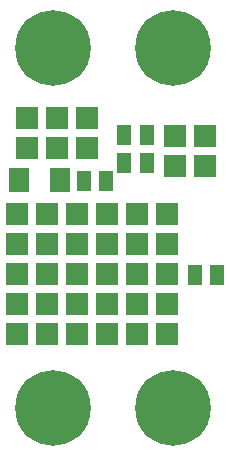
<source format=gbr>
G04 #@! TF.FileFunction,Soldermask,Bot*
%FSLAX46Y46*%
G04 Gerber Fmt 4.6, Leading zero omitted, Abs format (unit mm)*
G04 Created by KiCad (PCBNEW 4.0.1-stable) date 20. 4. 2016 8:22:54*
%MOMM*%
G01*
G04 APERTURE LIST*
%ADD10C,0.500000*%
%ADD11R,1.289000X1.797000*%
%ADD12R,1.700480X2.099260*%
%ADD13R,1.924000X1.924000*%
%ADD14C,6.400000*%
G04 APERTURE END LIST*
D10*
D11*
X7683500Y24320500D03*
X9588500Y24320500D03*
X17081500Y16383000D03*
X18986500Y16383000D03*
D12*
X2186940Y24384000D03*
X5687060Y24384000D03*
D13*
X2857500Y27114500D03*
X2857500Y29654500D03*
X5397500Y27114500D03*
X5397500Y29654500D03*
X7937500Y27114500D03*
X7937500Y29654500D03*
X12192000Y21526500D03*
X14732000Y21526500D03*
X12192000Y18986500D03*
X14732000Y18986500D03*
X12192000Y16446500D03*
X14732000Y16446500D03*
X12192000Y13906500D03*
X14732000Y13906500D03*
X12192000Y11366500D03*
X14732000Y11366500D03*
X7112000Y21526500D03*
X9652000Y21526500D03*
X7112000Y18986500D03*
X9652000Y18986500D03*
X7112000Y16446500D03*
X9652000Y16446500D03*
X7112000Y13906500D03*
X9652000Y13906500D03*
X7112000Y11366500D03*
X9652000Y11366500D03*
X2032000Y21526500D03*
X4572000Y21526500D03*
X2032000Y18986500D03*
X4572000Y18986500D03*
X2032000Y16446500D03*
X4572000Y16446500D03*
X2032000Y13906500D03*
X4572000Y13906500D03*
X2032000Y11366500D03*
X4572000Y11366500D03*
X17970500Y28130500D03*
X15430500Y28130500D03*
X17970500Y25590500D03*
X15430500Y25590500D03*
D11*
X11112500Y28194000D03*
X13017500Y28194000D03*
X11112500Y25844500D03*
X13017500Y25844500D03*
D14*
X5080000Y35560000D03*
X15240000Y35560000D03*
X15240000Y5080000D03*
X5080000Y5080000D03*
M02*

</source>
